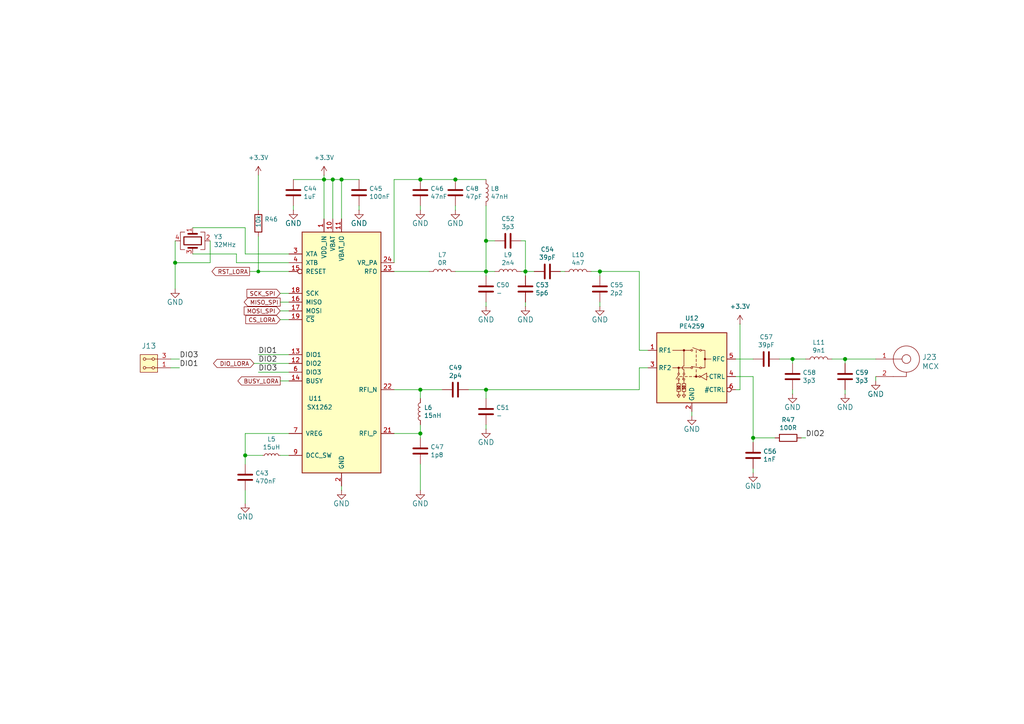
<source format=kicad_sch>
(kicad_sch (version 20231120) (generator "eeschema") (generator_version "8.0")
  (paper "A4")
  (title_block (comment 3 "jacho <jacho@mlab.cz>"))
  (lib_symbols
    (symbol "Device:C" (pin_numbers hide) (pin_names (offset 0.254))
      (property "Reference" "C" (at 0.635 2.54 0))
      (property "Value" "C" (at 0.635 -2.54 0))
      (symbol "C_0_1"
        (polyline (pts (xy -2.032 -0.762) (xy 2.032 -0.762)) (stroke (width 0.508)))
        (polyline (pts (xy -2.032 0.762) (xy 2.032 0.762)) (stroke (width 0.508)))
      )
      (symbol "C_1_1"
        (pin passive line (at 0 3.81 270) (length 2.794) (name "~") (number "1"))
        (pin passive line (at 0 -3.81 90) (length 2.794) (name "~") (number "2"))
      )
    )
    (symbol "Device:R" (pin_numbers hide) (pin_names (offset 0))
      (property "Reference" "R" (at 2.032 0 90))
      (property "Value" "R" (at 0 0 90))
      (symbol "R_0_1"
        (rectangle (start -1.016 -2.54) (end 1.016 2.54) (stroke (width 0.254)))
      )
      (symbol "R_1_1"
        (pin passive line (at 0 3.81 270) (length 1.27) (name "~") (number "1"))
        (pin passive line (at 0 -3.81 90) (length 1.27) (name "~") (number "2"))
      )
    )
    (symbol "ISM02A-rescue:C-Device-ISM02A-rescue" (pin_numbers hide) (pin_names (offset 0.254))
      (property "Reference" "C" (at 0.635 2.54 0))
      (property "Value" "C-Device-ISM02A-rescue" (at 0.635 -2.54 0))
      (symbol "C-Device-ISM02A-rescue_0_1"
        (polyline (pts (xy -2.032 -0.762) (xy 2.032 -0.762)) (stroke (width 0.508)))
        (polyline (pts (xy -2.032 0.762) (xy 2.032 0.762)) (stroke (width 0.508)))
      )
      (symbol "C-Device-ISM02A-rescue_1_1"
        (pin passive line (at 0 3.81 270) (length 2.794) (name "~") (number "1"))
        (pin passive line (at 0 -3.81 90) (length 2.794) (name "~") (number "2"))
      )
    )
    (symbol "ISM02A-rescue:Crystal_GND24-Device-ISM02A-rescue" (pin_names (offset 1.016) hide)
      (property "Reference" "Y" (at 3.175 5.08 0))
      (property "Value" "Crystal_GND24-Device-ISM02A-rescue" (at 3.175 3.175 0))
      (symbol "Crystal_GND24-Device-ISM02A-rescue_0_1"
        (rectangle (start -1.143 2.54) (end 1.143 -2.54) (stroke (width 0.3048)))
        (polyline (pts (xy -2.54 0) (xy -2.032 0)))
        (polyline (pts (xy -2.032 -1.27) (xy -2.032 1.27)) (stroke (width 0.508)))
        (polyline (pts (xy 0 -3.81) (xy 0 -3.556)))
        (polyline (pts (xy 0 3.556) (xy 0 3.81)))
        (polyline (pts (xy 2.032 -1.27) (xy 2.032 1.27)) (stroke (width 0.508)))
        (polyline (pts (xy 2.032 0) (xy 2.54 0)))
        (polyline (pts (xy -2.54 -2.286) (xy -2.54 -3.556) (xy 2.54 -3.556) (xy 2.54 -2.286)))
        (polyline (pts (xy -2.54 2.286) (xy -2.54 3.556) (xy 2.54 3.556) (xy 2.54 2.286)))
      )
      (symbol "Crystal_GND24-Device-ISM02A-rescue_1_1"
        (pin passive line (at -3.81 0 0) (length 1.27) (name "1") (number "1"))
        (pin passive line (at 0 5.08 270) (length 1.27) (name "2") (number "2"))
        (pin passive line (at 3.81 0 180) (length 1.27) (name "3") (number "3"))
        (pin passive line (at 0 -5.08 90) (length 1.27) (name "4") (number "4"))
      )
    )
    (symbol "ISM02A-rescue:L-Device-ISM02A-rescue" (pin_numbers hide) (pin_names (offset 1.016) hide)
      (property "Reference" "L" (at -1.27 0 90))
      (property "Value" "L-Device-ISM02A-rescue" (at 1.905 0 90))
      (symbol "L-Device-ISM02A-rescue_0_1"
        (arc (start 0 -2.54) (mid 0.6323 -1.905) (end 0 -1.27))
        (arc (start 0 -1.27) (mid 0.6323 -0.635) (end 0 0))
        (arc (start 0 0) (mid 0.6323 0.635) (end 0 1.27))
        (arc (start 0 1.27) (mid 0.6323 1.905) (end 0 2.54))
      )
      (symbol "L-Device-ISM02A-rescue_1_1"
        (pin passive line (at 0 3.81 270) (length 1.27) (name "1") (number "1"))
        (pin passive line (at 0 -3.81 90) (length 1.27) (name "2") (number "2"))
      )
    )
    (symbol "ISM02A-rescue:L_Small-Device-ISM02A-rescue" (pin_numbers hide) (pin_names (offset 0.254) hide)
      (property "Reference" "L" (at 0.762 1.016 0))
      (property "Value" "L_Small-Device-ISM02A-rescue" (at 0.762 -1.016 0))
      (symbol "L_Small-Device-ISM02A-rescue_0_1"
        (arc (start 0 -2.032) (mid 0.5058 -1.524) (end 0 -1.016))
        (arc (start 0 -1.016) (mid 0.5058 -0.508) (end 0 0))
        (arc (start 0 0) (mid 0.5058 0.508) (end 0 1.016))
        (arc (start 0 1.016) (mid 0.5058 1.524) (end 0 2.032))
      )
      (symbol "L_Small-Device-ISM02A-rescue_1_1"
        (pin passive line (at 0 2.54 270) (length 0.508) (name "~") (number "1"))
        (pin passive line (at 0 -2.54 90) (length 0.508) (name "~") (number "2"))
      )
    )
    (symbol "ISM02A-rescue:R-Device-ISM02A-rescue" (pin_numbers hide) (pin_names (offset 0))
      (property "Reference" "R" (at 2.032 0 90))
      (property "Value" "R-Device-ISM02A-rescue" (at 0 0 90))
      (symbol "R-Device-ISM02A-rescue_0_1"
        (rectangle (start -1.016 -2.54) (end 1.016 2.54) (stroke (width 0.254)))
      )
      (symbol "R-Device-ISM02A-rescue_1_1"
        (pin passive line (at 0 3.81 270) (length 1.27) (name "~") (number "1"))
        (pin passive line (at 0 -3.81 90) (length 1.27) (name "~") (number "2"))
      )
    )
    (symbol "ISM02A-rescue:SMA-MLAB_CONNECTORS" (pin_names (offset 1.016))
      (property "Reference" "J" (at 0 5.08 0))
      (property "Value" "SMA-MLAB_CONNECTORS" (at 3.81 -5.08 0))
      (symbol "SMA-MLAB_CONNECTORS_0_1"
        (polyline (pts (xy -1.27 0) (xy -3.81 0)))
        (polyline (pts (xy 0 -3.81) (xy 0 -5.08) (xy -3.81 -5.08)))
        (circle (center 0 0) (radius 1.27))
        (circle (center 0 0) (radius 3.81))
      )
      (symbol "SMA-MLAB_CONNECTORS_1_1"
        (pin unspecified line (at -8.89 0 0) (length 5.08) (name "~") (number "1"))
        (pin unspecified line (at -8.89 -5.08 0) (length 5.08) (name "~") (number "2"))
      )
    )
    (symbol "ISM02A-rescue:SX1262-MLAB_IO-ISM02A-rescue" (pin_names (offset 1.016))
      (property "Reference" "U" (at -15.24 25.4 0))
      (property "Value" "SX1262-MLAB_IO-ISM02A-rescue" (at -15.24 22.86 0))
      (symbol "SX1262-MLAB_IO-ISM02A-rescue_0_1"
        (rectangle (start -11.43 21.59) (end 11.43 -48.26) (stroke (width 0.254)) (fill (type background)))
      )
      (symbol "SX1262-MLAB_IO-ISM02A-rescue_1_1"
        (pin power_in line (at -5.08 25.4 270) (length 3.81) (name "VDD_IN") (number "1"))
        (pin power_in line (at -2.54 25.4 270) (length 3.81) (name "VBAT") (number "10"))
        (pin power_in line (at 0 25.4 270) (length 3.81) (name "VBAT_IO") (number "11"))
        (pin bidirectional line (at -15.24 -16.51 0) (length 3.81) (name "DIO2") (number "12"))
        (pin bidirectional line (at -15.24 -13.97 0) (length 3.81) (name "DIO1") (number "13"))
        (pin passive line (at -15.24 -21.59 0) (length 3.81) (name "BUSY") (number "14"))
        (pin input inverted (at -15.24 10.16 0) (length 3.81) (name "RESET") (number "15"))
        (pin output line (at -15.24 1.27 0) (length 3.81) (name "MISO") (number "16"))
        (pin input line (at -15.24 -1.27 0) (length 3.81) (name "MOSI") (number "17"))
        (pin input line (at -15.24 3.81 0) (length 3.81) (name "SCK") (number "18"))
        (pin input line (at -15.24 -3.81 0) (length 3.81) (name "~{CS}") (number "19"))
        (pin power_in line (at 0 -52.07 90) (length 3.81) (name "GND") (number "2"))
        (pin passive line (at 0 -52.07 90) (length 3.81) hide (name "GND") (number "20"))
        (pin input line (at 15.24 -36.83 180) (length 3.81) (name "RFI_P") (number "21"))
        (pin input line (at 15.24 -24.13 180) (length 3.81) (name "RFI_N") (number "22"))
        (pin output line (at 15.24 10.16 180) (length 3.81) (name "RFO") (number "23"))
        (pin unspecified line (at 15.24 12.7 180) (length 3.81) (name "VR_PA") (number "24"))
        (pin power_in line (at 0 -52.07 90) (length 3.81) hide (name "GND") (number "25"))
        (pin bidirectional line (at -15.24 15.24 0) (length 3.81) (name "XTA") (number "3"))
        (pin bidirectional line (at -15.24 12.7 0) (length 3.81) (name "XTB") (number "4"))
        (pin passive line (at 0 -52.07 90) (length 3.81) hide (name "GND") (number "5"))
        (pin bidirectional line (at -15.24 -19.05 0) (length 3.81) (name "DIO3") (number "6"))
        (pin passive line (at -15.24 -36.83 0) (length 3.81) (name "VREG") (number "7"))
        (pin passive line (at 0 -52.07 90) (length 3.81) hide (name "GND") (number "8"))
        (pin passive line (at -15.24 -43.18 0) (length 3.81) (name "DCC_SW") (number "9"))
      )
    )
    (symbol "MLAB_HEADER:HEADER_2x02_PARALLEL" (pin_names (offset 1.016))
      (property "Reference" "J" (at 0 -3.81 0))
      (property "Value" "HEADER_2x02_PARALLEL" (at 0 3.81 0))
      (symbol "HEADER_2x02_PARALLEL_0_1"
        (rectangle (start -2.54 2.54) (end 2.54 -2.54) (fill (type background)))
        (circle (center -1.27 -1.27) (radius 0.381))
        (circle (center -1.27 1.27) (radius 0.381))
        (polyline (pts (xy -1.651 -1.27) (xy -2.54 -1.27)))
        (polyline (pts (xy -1.651 1.27) (xy -2.54 1.27)))
        (polyline (pts (xy -0.889 -1.27) (xy 0.889 -1.27)))
        (polyline (pts (xy -0.889 1.27) (xy 0.889 1.27)))
        (circle (center 1.27 -1.27) (radius 0.381))
        (circle (center 1.27 1.27) (radius 0.381))
      )
      (symbol "HEADER_2x02_PARALLEL_1_1"
        (pin input line (at -6.35 1.27 0) (length 3.81) (name "~") (number "1"))
        (pin input line (at -6.35 1.27 0) (length 3.81) hide (name "~") (number "2"))
        (pin input line (at -6.35 -1.27 0) (length 3.81) (name "~") (number "3"))
        (pin input line (at -6.35 -1.27 0) (length 3.81) hide (name "~") (number "4"))
      )
    )
    (symbol "MLAB_IO:PE4259"
      (property "Reference" "U" (at -10.16 11.43 0))
      (property "Value" "PE4259" (at 1.27 11.43 0))
      (symbol "PE4259_0_0"
        (rectangle (start -10.16 10.16) (end 10.16 -10.16) (stroke (width 0.254)) (fill (type background)))
        (circle (center -3.81 2.54) (radius 0.254) (fill (type outline)))
        (circle (center -2.286 -2.54) (radius 0.254))
        (circle (center -1.27 -2.54) (radius 0.254) (fill (type outline)))
        (polyline (pts (xy -4.318 -2.54) (xy -4.826 -2.54)))
        (polyline (pts (xy -3.81 2.54) (xy -5.588 2.54)))
        (polyline (pts (xy -1.27 -2.54) (xy -1.27 -1.778)))
        (polyline (pts (xy -1.27 -1.27) (xy -1.27 -0.508)))
        (polyline (pts (xy -1.27 1.27) (xy -1.27 0.508)))
        (polyline (pts (xy -1.27 2.54) (xy -1.27 1.778)))
        (polyline (pts (xy -1.27 3.81) (xy -1.27 3.048)))
        (polyline (pts (xy -1.27 5.08) (xy -1.27 4.318)))
        (polyline (pts (xy -0.508 -2.54) (xy -2.032 -2.54)))
        (polyline (pts (xy 0 -2.54) (xy 0.762 -2.54)))
        (polyline (pts (xy 0.254 0) (xy 5.588 0)))
        (polyline (pts (xy 0.254 5.08) (xy 5.588 5.08)))
        (polyline (pts (xy 2.032 -2.54) (xy 1.27 -2.54)))
        (polyline (pts (xy 2.286 0.508) (xy 2.286 5.08)))
        (polyline (pts (xy 3.556 -2.54) (xy 2.794 -2.54)))
        (polyline (pts (xy -4.318 -1.524) (xy -4.318 -3.556) (xy -2.54 -2.54) (xy -4.318 -1.524)))
        (polyline (pts (xy -2.794 0) (xy -3.81 0) (xy -3.81 5.08) (xy -2.794 5.08)))
        (arc (start 2.286 -0.508) (mid 2.7918 0) (end 2.286 0.508))
        (text "50" (at 2.286 -5.715 900) (effects (font (size 0.635 0.635))))
        (text "50" (at 3.81 -5.715 900) (effects (font (size 0.635 0.635))))
      )
      (symbol "PE4259_0_1"
        (circle (center -2.54 0) (radius 0.254))
        (circle (center -2.54 5.08) (radius 0.254))
        (polyline (pts (xy -2.286 0) (xy 0.127 0.381)))
        (polyline (pts (xy -2.286 5.08) (xy -0.254 5.842)))
        (polyline (pts (xy 2.286 -3.556) (xy 2.286 -4.572)))
        (polyline (pts (xy 2.286 -2.032) (xy 2.667 -3.429)))
        (polyline (pts (xy 2.286 -0.508) (xy 2.286 -1.524)))
        (polyline (pts (xy 3.81 -3.556) (xy 3.81 -4.572)))
        (polyline (pts (xy 3.81 -2.032) (xy 4.572 -3.302)))
        (polyline (pts (xy 3.81 0) (xy 3.81 -1.524)))
        (polyline (pts (xy 2.286 -6.858) (xy 2.286 -7.874) (xy 1.778 -7.874) (xy 2.286 -8.636) (xy 2.794 -7.874) (xy 2.286 -7.874)))
        (polyline (pts (xy 3.81 -6.858) (xy 3.81 -7.874) (xy 3.302 -7.874) (xy 3.81 -8.636) (xy 4.318 -7.874) (xy 3.81 -7.874)))
        (circle (center 0 0) (radius 0.254))
        (circle (center 0 5.08) (radius 0.254))
        (rectangle (start 1.778 -4.572) (end 2.794 -6.858))
        (circle (center 2.286 -3.302) (radius 0.254))
        (circle (center 2.286 -1.778) (radius 0.254))
        (circle (center 2.286 5.08) (radius 0.254) (fill (type outline)))
        (rectangle (start 3.302 -4.572) (end 4.318 -6.858))
        (circle (center 3.81 -3.302) (radius 0.254))
        (circle (center 3.81 -1.778) (radius 0.254))
        (circle (center 3.81 0) (radius 0.254) (fill (type outline)))
      )
      (symbol "PE4259_1_1"
        (pin passive line (at 12.7 5.08 180) (length 2.54) (name "RF1") (number "1"))
        (pin passive line (at 0 -12.7 90) (length 2.54) (name "GND") (number "2"))
        (pin passive line (at 12.7 0 180) (length 2.54) (name "RF2") (number "3"))
        (pin input line (at -12.7 -2.54 0) (length 2.54) (name "CTRL") (number "4"))
        (pin passive line (at -12.7 2.54 0) (length 2.54) (name "RFC") (number "5"))
        (pin input inverted (at -12.7 -6.35 0) (length 2.54) (name "#CTRL") (number "6"))
      )
    )
    (symbol "power:+3.3V" (power) (pin_numbers hide) (pin_names (offset 0) hide)
      (property "Value" "+3.3V" (at 0 3.556 0))
      (symbol "+3.3V_0_1"
        (polyline (pts (xy -0.762 1.27) (xy 0 2.54)))
        (polyline (pts (xy 0 0) (xy 0 2.54)))
        (polyline (pts (xy 0 2.54) (xy 0.762 1.27)))
      )
      (symbol "+3.3V_1_1"
        (pin power_in line (at 0 0 90) (length 0) (name "~") (number "1"))
      )
    )
    (symbol "power:GND" (power) (pin_numbers hide) (pin_names (offset 0) hide)
      (property "Value" "GND" (at 0 -3.81 0))
      (symbol "GND_0_1"
        (polyline (pts (xy 0 0) (xy 0 -1.27) (xy 1.27 -1.27) (xy 0 -2.54) (xy -1.27 -1.27) (xy 0 -1.27)))
      )
      (symbol "GND_1_1"
        (pin power_in line (at 0 0 270) (length 0) (name "~") (number "1"))
      )
    )
  )
  (junction (at 50.8 76.2) (diameter 1.016))
  (junction (at 99.06 52.07) (diameter 1.016))
  (junction (at 132.08 52.07) (diameter 1.016))
  (junction (at 93.98 52.07) (diameter 1.016))
  (junction (at 173.99 78.74) (diameter 1.016))
  (junction (at 121.92 52.07) (diameter 1.016))
  (junction (at 71.12 132.08) (diameter 1.016))
  (junction (at 140.97 69.85) (diameter 1.016))
  (junction (at 96.52 52.07) (diameter 1.016))
  (junction (at 218.44 127) (diameter 1.016))
  (junction (at 121.92 125.73) (diameter 1.016))
  (junction (at 140.97 78.74) (diameter 1.016))
  (junction (at 140.97 113.03) (diameter 1.016))
  (junction (at 121.92 113.03) (diameter 1.016))
  (junction (at 245.11 104.14) (diameter 1.016))
  (junction (at 152.4 78.74) (diameter 1.016))
  (junction (at 74.93 78.74))
  (junction (at 229.87 104.14) (diameter 1.016))
  (wire (pts (xy 85.09 59.69) (xy 85.09 60.96)))
  (wire (pts (xy 135.89 113.03) (xy 140.97 113.03)))
  (wire (pts (xy 60.96 76.2) (xy 50.8 76.2)))
  (wire (pts (xy 173.99 78.74) (xy 185.42 78.74)))
  (wire (pts (xy 76.2 132.08) (xy 71.12 132.08)))
  (wire (pts (xy 71.12 142.24) (xy 71.12 146.05)))
  (wire (pts (xy 99.06 52.07) (xy 104.14 52.07)))
  (wire (pts (xy 121.92 125.73) (xy 121.92 123.19)))
  (wire (pts (xy 140.97 78.74) (xy 132.08 78.74)))
  (wire (pts (xy 140.97 69.85) (xy 140.97 78.74)))
  (wire (pts (xy 49.53 104.14) (xy 52.07 104.14)))
  (wire (pts (xy 114.3 78.74) (xy 124.46 78.74)))
  (wire (pts (xy 81.28 90.17) (xy 83.82 90.17)))
  (wire (pts (xy 74.93 78.74) (xy 83.82 78.74)))
  (wire (pts (xy 218.44 127) (xy 218.44 128.27)))
  (wire (pts (xy 83.82 73.66) (xy 71.12 73.66)))
  (wire (pts (xy 140.97 69.85) (xy 143.51 69.85)))
  (wire (pts (xy 93.98 50.8) (xy 93.98 52.07)))
  (wire (pts (xy 254 109.22) (xy 254 110.49)))
  (wire (pts (xy 245.11 113.03) (xy 245.11 114.3)))
  (wire (pts (xy 121.92 52.07) (xy 132.08 52.07)))
  (wire (pts (xy 114.3 76.2) (xy 114.3 52.07)))
  (wire (pts (xy 200.66 119.38) (xy 200.66 120.65)))
  (wire (pts (xy 99.06 140.97) (xy 99.06 142.24)))
  (wire (pts (xy 140.97 78.74) (xy 140.97 80.01)))
  (wire (pts (xy 140.97 123.19) (xy 140.97 124.46)))
  (wire (pts (xy 93.98 52.07) (xy 93.98 63.5)))
  (wire (pts (xy 140.97 113.03) (xy 185.42 113.03)))
  (wire (pts (xy 218.44 135.89) (xy 218.44 137.16)))
  (wire (pts (xy 74.93 107.95) (xy 83.82 107.95)))
  (wire (pts (xy 214.63 93.98) (xy 214.63 113.03)))
  (wire (pts (xy 213.36 104.14) (xy 218.44 104.14)))
  (wire (pts (xy 68.58 73.66) (xy 68.58 76.2)))
  (wire (pts (xy 132.08 59.69) (xy 132.08 60.96)))
  (wire (pts (xy 73.66 105.41) (xy 83.82 105.41)))
  (wire (pts (xy 229.87 104.14) (xy 233.68 104.14)))
  (wire (pts (xy 55.88 66.04) (xy 71.12 66.04)))
  (wire (pts (xy 60.96 69.85) (xy 60.96 76.2)))
  (wire (pts (xy 104.14 59.69) (xy 104.14 60.96)))
  (wire (pts (xy 152.4 78.74) (xy 152.4 80.01)))
  (wire (pts (xy 213.36 113.03) (xy 214.63 113.03)))
  (wire (pts (xy 99.06 52.07) (xy 99.06 63.5)))
  (wire (pts (xy 140.97 59.69) (xy 140.97 69.85)))
  (wire (pts (xy 74.93 68.58) (xy 74.93 78.74)))
  (wire (pts (xy 83.82 125.73) (xy 71.12 125.73)))
  (wire (pts (xy 162.56 78.74) (xy 163.83 78.74)))
  (wire (pts (xy 218.44 127) (xy 224.79 127)))
  (wire (pts (xy 218.44 109.22) (xy 218.44 127)))
  (wire (pts (xy 232.41 127) (xy 233.68 127)))
  (wire (pts (xy 85.09 52.07) (xy 93.98 52.07)))
  (wire (pts (xy 152.4 87.63) (xy 152.4 88.9)))
  (wire (pts (xy 74.93 102.87) (xy 83.82 102.87)))
  (wire (pts (xy 114.3 125.73) (xy 121.92 125.73)))
  (wire (pts (xy 81.28 87.63) (xy 83.82 87.63)))
  (wire (pts (xy 81.28 92.71) (xy 83.82 92.71)))
  (wire (pts (xy 114.3 52.07) (xy 121.92 52.07)))
  (wire (pts (xy 81.28 110.49) (xy 83.82 110.49)))
  (wire (pts (xy 140.97 87.63) (xy 140.97 88.9)))
  (wire (pts (xy 151.13 78.74) (xy 152.4 78.74)))
  (wire (pts (xy 71.12 132.08) (xy 71.12 134.62)))
  (wire (pts (xy 132.08 52.07) (xy 140.97 52.07)))
  (wire (pts (xy 81.28 85.09) (xy 83.82 85.09)))
  (wire (pts (xy 229.87 105.41) (xy 229.87 104.14)))
  (wire (pts (xy 72.39 78.74) (xy 74.93 78.74)))
  (wire (pts (xy 96.52 52.07) (xy 99.06 52.07)))
  (wire (pts (xy 68.58 76.2) (xy 83.82 76.2)))
  (wire (pts (xy 83.82 132.08) (xy 81.28 132.08)))
  (wire (pts (xy 213.36 109.22) (xy 218.44 109.22)))
  (wire (pts (xy 152.4 69.85) (xy 152.4 78.74)))
  (wire (pts (xy 121.92 134.62) (xy 121.92 142.24)))
  (wire (pts (xy 226.06 104.14) (xy 229.87 104.14)))
  (wire (pts (xy 140.97 113.03) (xy 140.97 115.57)))
  (wire (pts (xy 121.92 125.73) (xy 121.92 127)))
  (wire (pts (xy 185.42 101.6) (xy 187.96 101.6)))
  (wire (pts (xy 71.12 125.73) (xy 71.12 132.08)))
  (wire (pts (xy 121.92 59.69) (xy 121.92 60.96)))
  (wire (pts (xy 173.99 80.01) (xy 173.99 78.74)))
  (wire (pts (xy 96.52 52.07) (xy 96.52 63.5)))
  (wire (pts (xy 121.92 115.57) (xy 121.92 113.03)))
  (wire (pts (xy 151.13 69.85) (xy 152.4 69.85)))
  (wire (pts (xy 50.8 76.2) (xy 50.8 83.82)))
  (wire (pts (xy 74.93 50.8) (xy 74.93 60.96)))
  (wire (pts (xy 229.87 113.03) (xy 229.87 114.3)))
  (wire (pts (xy 93.98 52.07) (xy 96.52 52.07)))
  (wire (pts (xy 241.3 104.14) (xy 245.11 104.14)))
  (wire (pts (xy 50.8 69.85) (xy 50.8 76.2)))
  (wire (pts (xy 173.99 87.63) (xy 173.99 88.9)))
  (wire (pts (xy 140.97 78.74) (xy 143.51 78.74)))
  (wire (pts (xy 121.92 113.03) (xy 128.27 113.03)))
  (wire (pts (xy 185.42 106.68) (xy 187.96 106.68)))
  (wire (pts (xy 185.42 78.74) (xy 185.42 101.6)))
  (wire (pts (xy 245.11 104.14) (xy 245.11 105.41)))
  (wire (pts (xy 245.11 104.14) (xy 254 104.14)))
  (wire (pts (xy 52.07 106.68) (xy 49.53 106.68)))
  (wire (pts (xy 152.4 78.74) (xy 154.94 78.74)))
  (wire (pts (xy 55.88 73.66) (xy 68.58 73.66)))
  (wire (pts (xy 185.42 113.03) (xy 185.42 106.68)))
  (wire (pts (xy 171.45 78.74) (xy 173.99 78.74)))
  (wire (pts (xy 114.3 113.03) (xy 121.92 113.03)))
  (wire (pts (xy 71.12 73.66) (xy 71.12 66.04)))
  (label "DIO1" (at 52.07 106.68 0) (effects (font (size 1.524 1.524))))
  (label "DIO2" (at 74.93 105.41 0) (effects (font (size 1.524 1.524))))
  (label "DIO3" (at 52.07 104.14 0) (effects (font (size 1.524 1.524))))
  (label "DIO2" (at 233.68 127 0) (effects (font (size 1.524 1.524))))
  (label "DIO3" (at 74.93 107.95 0) (effects (font (size 1.524 1.524))))
  (label "DIO1" (at 74.93 102.87 0) (effects (font (size 1.524 1.524))))
  (global_label "MOSI_SPI" (shape input) (at 81.28 90.17 180) (effects (font (size 1.2 1.2))) (property "Intersheetrefs" "${INTERSHEET_REFS}" (effects (hide yes))))
  (global_label "MISO_SPI" (shape output) (at 81.28 87.63 180) (effects (font (size 1.2 1.2))) (property "Intersheetrefs" "${INTERSHEET_REFS}" (effects (hide yes))))
  (global_label "CS_LORA" (shape input) (at 81.28 92.71 180) (effects (font (size 1.2 1.2))) (property "Intersheetrefs" "${INTERSHEET_REFS}" (effects (hide yes))))
  (global_label "DIO_LORA" (shape bidirectional) (at 73.66 105.41 180) (effects (font (size 1.2 1.2))) (property "Intersheetrefs" "${INTERSHEET_REFS}" (effects (hide yes))))
  (global_label "RST_LORA" (shape output) (at 72.39 78.74 180) (effects (font (size 1.2 1.2))) (property "Intersheetrefs" "${INTERSHEET_REFS}" (effects (hide yes))))
  (global_label "BUSY_LORA" (shape output) (at 81.28 110.49 180) (effects (font (size 1.2 1.2))) (property "Intersheetrefs" "${INTERSHEET_REFS}" (effects (hide yes))))
  (global_label "SCK_SPI" (shape input) (at 81.28 85.09 180) (effects (font (size 1.2 1.2))) (property "Intersheetrefs" "${INTERSHEET_REFS}" (effects (hide yes))))
  (symbol (lib_id "ISM02A-rescue:R-Device-ISM02A-rescue") (at 74.93 64.77 0) (unit 1)
    (property "Reference" "R46" (at 76.708 63.6016 0) (effects (justify left)))
    (property "Value" "10k" (at 74.93 66.04 90) (effects (justify left)))
    (property "Footprint" "Resistor_SMD:R_0805_2012Metric" (effects (hide yes)))
    (property "UST_ID" "5c70984512875079b91f8962" (effects (hide yes)))
  )
  (symbol (lib_id "power:GND") (at 152.4 88.9 0) (unit 1)
    (property "Reference" "#PWR0150" (effects (hide yes)))
    (property "Value" "GND" (at 152.4 92.71 0) (effects (font (size 1.524 1.524))))
    (property "Description" "Power symbol creates a global label with name \"GND\" , ground" (effects (hide yes)))
  )
  (symbol (lib_id "power:GND") (at 140.97 88.9 0) (unit 1)
    (property "Reference" "#PWR0148" (effects (hide yes)))
    (property "Value" "GND" (at 140.97 92.71 0) (effects (font (size 1.524 1.524))))
    (property "Description" "Power symbol creates a global label with name \"GND\" , ground" (effects (hide yes)))
  )
  (symbol (lib_id "ISM02A-rescue:L-Device-ISM02A-rescue") (at 237.49 104.14 90) (unit 1)
    (property "Reference" "L11" (at 237.49 99.314 90))
    (property "Value" "9n1" (at 237.49 101.6254 90))
    (property "Footprint" "Inductor_SMD:L_0603_1608Metric" (effects (hide yes)))
    (property "MFPN" "LQW15AN9N1H00D" (effects (hide yes)))
    (property "UST_ID" "5dad5789128750448eca1995" (effects (hide yes)))
  )
  (symbol (lib_id "power:GND") (at 200.66 120.65 0) (unit 1)
    (property "Reference" "#PWR0152" (effects (hide yes)))
    (property "Value" "GND" (at 200.66 124.46 0) (effects (font (size 1.524 1.524))))
    (property "Description" "Power symbol creates a global label with name \"GND\" , ground" (effects (hide yes)))
  )
  (symbol (lib_id "ISM02A-rescue:SMA-MLAB_CONNECTORS") (at 262.89 104.14 0) (unit 1)
    (property "Reference" "J23" (at 267.4112 103.5812 0) (effects (font (size 1.524 1.524)) (justify left)))
    (property "Value" "MCX" (at 267.4112 106.2736 0) (effects (font (size 1.524 1.524)) (justify left)))
    (property "Footprint" "Mlab_CON:MCX" (effects (hide yes)))
  )
  (symbol (lib_id "ISM02A-rescue:L-Device-ISM02A-rescue") (at 140.97 55.88 0) (unit 1)
    (property "Reference" "L8" (at 142.3162 54.7116 0) (effects (justify left)))
    (property "Value" "47nH" (at 142.3162 57.023 0) (effects (justify left)))
    (property "Footprint" "Inductor_SMD:L_0603_1608Metric" (effects (hide yes)))
    (property "MFPN" "LQW15AN47NJ00D" (effects (hide yes)))
    (property "UST_ID" "5dad56ba128750448eca1968" (effects (hide yes)))
  )
  (symbol (lib_id "power:GND") (at 173.99 88.9 0) (unit 1)
    (property "Reference" "#PWR0151" (effects (hide yes)))
    (property "Value" "GND" (at 173.99 92.71 0) (effects (font (size 1.524 1.524))))
    (property "Description" "Power symbol creates a global label with name \"GND\" , ground" (effects (hide yes)))
  )
  (symbol (lib_id "power:GND") (at 245.11 114.3 0) (unit 1)
    (property "Reference" "#PWR0156" (effects (hide yes)))
    (property "Value" "GND" (at 245.11 118.11 0) (effects (font (size 1.524 1.524))))
    (property "Description" "Power symbol creates a global label with name \"GND\" , ground" (effects (hide yes)))
  )
  (symbol (lib_id "ISM02A-rescue:C-Device-ISM02A-rescue") (at 152.4 83.82 0) (unit 1)
    (property "Reference" "C53" (at 155.321 82.6516 0) (effects (justify left)))
    (property "Value" "5p6" (at 155.321 84.963 0) (effects (justify left)))
    (property "Footprint" "Capacitor_SMD:C_0603_1608Metric" (effects (hide yes)))
    (property "MFPN" "C0G 0,25pF 50V" (effects (hide yes)))
    (property "UST_ID" "5dad5450128750448eca1919" (effects (hide yes)))
  )
  (symbol (lib_id "power:GND") (at 132.08 60.96 0) (unit 1)
    (property "Reference" "#PWR0147" (effects (hide yes)))
    (property "Value" "GND" (at 132.08 64.77 0) (effects (font (size 1.524 1.524))))
    (property "Description" "Power symbol creates a global label with name \"GND\" , ground" (effects (hide yes)))
  )
  (symbol (lib_id "ISM02A-rescue:C-Device-ISM02A-rescue") (at 140.97 83.82 0) (unit 1)
    (property "Reference" "C50" (at 143.891 82.6516 0) (effects (justify left)))
    (property "Value" "-" (at 143.891 84.963 0) (effects (justify left)))
    (property "Footprint" "Capacitor_SMD:C_0603_1608Metric" (effects (hide yes)))
  )
  (symbol (lib_id "ISM02A-rescue:L-Device-ISM02A-rescue") (at 167.64 78.74 90) (unit 1)
    (property "Reference" "L10" (at 167.64 73.914 90))
    (property "Value" "4n7" (at 167.64 76.2254 90))
    (property "Footprint" "Inductor_SMD:L_0603_1608Metric" (effects (hide yes)))
    (property "MFPN" "LQW15AN4N7C00D" (effects (hide yes)))
    (property "UST_ID" "671226edd509c19f2ce8ed2d" (effects (hide yes)))
  )
  (symbol (lib_id "power:GND") (at 121.92 142.24 0) (unit 1)
    (property "Reference" "#PWR0146" (effects (hide yes)))
    (property "Value" "GND" (at 121.92 146.05 0) (effects (font (size 1.524 1.524))))
    (property "Description" "Power symbol creates a global label with name \"GND\" , ground" (effects (hide yes)))
  )
  (symbol (lib_id "ISM02A-rescue:C-Device-ISM02A-rescue") (at 173.99 83.82 0) (unit 1)
    (property "Reference" "C55" (at 176.911 82.6516 0) (effects (justify left)))
    (property "Value" "2p2" (at 176.911 84.963 0) (effects (justify left)))
    (property "Footprint" "Capacitor_SMD:C_0603_1608Metric" (effects (hide yes)))
    (property "MFPN" "C0G 0,1pF 50V" (effects (hide yes)))
    (property "UST_ID" "5c70984812875079b91f8bdd" (effects (hide yes)))
  )
  (symbol (lib_id "power:GND") (at 50.8 83.82 0) (unit 1)
    (property "Reference" "#PWR0138" (effects (hide yes)))
    (property "Value" "GND" (at 50.8 87.63 0) (effects (font (size 1.524 1.524))))
    (property "Description" "Power symbol creates a global label with name \"GND\" , ground" (effects (hide yes)))
  )
  (symbol (lib_id "MLAB_IO:PE4259") (at 200.66 106.68 0) (mirror y) (unit 1)
    (property "Reference" "U12" (at 200.66 92.3098 0))
    (property "Value" "PE4259" (at 200.66 94.6085 0))
    (property "Footprint" "Package_TO_SOT_SMD:SOT-363_SC-70-6" (effects (hide yes)))
    (property "Datasheet" "https://www.psemi.com/pdf/datasheets/pe4259ds.pdf" (effects (hide yes)))
    (property "Description" "RF Switch" (effects (hide yes)))
    (property "UST_ID" "5face19b12875025b3977e15" (effects (hide yes)))
  )
  (symbol (lib_id "ISM02A-rescue:C-Device-ISM02A-rescue") (at 147.32 69.85 270) (unit 1)
    (property "Reference" "C52" (at 147.32 63.4492 90))
    (property "Value" "3p3" (at 147.32 65.7606 90))
    (property "Footprint" "Capacitor_SMD:C_0603_1608Metric" (effects (hide yes)))
    (property "MFPN" "C0G 0,1pF 50V" (effects (hide yes)))
    (property "UST_ID" "5cd09016128750448e45434f" (effects (hide yes)))
  )
  (symbol (lib_id "power:+3.3V") (at 214.63 93.98 0) (unit 1)
    (property "Reference" "#PWR053" (effects (hide yes)))
    (property "Value" "+3.3V" (at 214.63 88.9 0))
    (property "Description" "Power symbol creates a global label with name \"+3.3V\"" (effects (hide yes)))
  )
  (symbol (lib_id "ISM02A-rescue:Crystal_GND24-Device-ISM02A-rescue") (at 55.88 69.85 270) (unit 1)
    (property "Reference" "Y3" (at 62.0014 68.6816 90) (effects (justify left)))
    (property "Value" "32MHz" (at 62.0014 70.993 90) (effects (justify left)))
    (property "Footprint" "Mlab_XTAL:Crystal_SMD_NX2016SA" (effects (hide yes)))
    (property "MFPN" "NX2016SA-32M-EXS00A-CS06465" (effects (hide yes)))
    (property "UST_ID" "5dad592b128750448eca19b2" (effects (hide yes)))
  )
  (symbol (lib_id "power:GND") (at 218.44 137.16 0) (unit 1)
    (property "Reference" "#PWR0154" (effects (hide yes)))
    (property "Value" "GND" (at 218.44 140.97 0) (effects (font (size 1.524 1.524))))
    (property "Description" "Power symbol creates a global label with name \"GND\" , ground" (effects (hide yes)))
  )
  (symbol (lib_id "ISM02A-rescue:C-Device-ISM02A-rescue") (at 121.92 55.88 0) (unit 1)
    (property "Reference" "C46" (at 124.841 54.7116 0) (effects (justify left)))
    (property "Value" "47nF" (at 124.841 57.023 0) (effects (justify left)))
    (property "Footprint" "Capacitor_SMD:C_0805_2012Metric" (effects (hide yes)))
    (property "MFPN" "X7R 1% 16V" (effects (hide yes)))
    (property "UST_ID" "5dad51cf128750448eca18d8" (effects (hide yes)))
  )
  (symbol (lib_id "ISM02A-rescue:C-Device-ISM02A-rescue") (at 158.75 78.74 270) (unit 1)
    (property "Reference" "C54" (at 158.75 72.3392 90))
    (property "Value" "39pF" (at 158.75 74.6506 90))
    (property "Footprint" "Capacitor_SMD:C_0603_1608Metric" (effects (hide yes)))
    (property "MFPN" "C0G 5% 50V" (effects (hide yes)))
    (property "UST_ID" "5dad549f128750448eca1926" (effects (hide yes)))
  )
  (symbol (lib_id "power:GND") (at 121.92 60.96 0) (unit 1)
    (property "Reference" "#PWR0145" (effects (hide yes)))
    (property "Value" "GND" (at 121.92 64.77 0) (effects (font (size 1.524 1.524))))
    (property "Description" "Power symbol creates a global label with name \"GND\" , ground" (effects (hide yes)))
  )
  (symbol (lib_id "power:GND") (at 254 110.49 0) (unit 1)
    (property "Reference" "#PWR0157" (effects (hide yes)))
    (property "Value" "GND" (at 254 114.3 0) (effects (font (size 1.524 1.524))))
    (property "Description" "Power symbol creates a global label with name \"GND\" , ground" (effects (hide yes)))
  )
  (symbol (lib_id "MLAB_HEADER:HEADER_2x02_PARALLEL") (at 43.18 105.41 180) (unit 1)
    (property "Reference" "J13" (at 43.18 100.33 0) (effects (font (size 1.524 1.524))))
    (property "Value" "HEADER_2x02_PARALLEL" (effects (hide yes)))
    (property "Footprint" "Mlab_Pin_Headers:Straight_2x02" (effects (hide yes)))
    (property "Description" "2x02 2.54 mm pitch header, 2 pins next to each other are connected" (effects (hide yes)))
  )
  (symbol (lib_id "Device:C") (at 218.44 132.08 0) (unit 1)
    (property "Reference" "C56" (at 221.3611 130.9306 0) (effects (justify left)))
    (property "Value" "1nF" (at 221.361 133.229 0) (effects (justify left)))
    (property "Footprint" "Capacitor_SMD:C_0805_2012Metric" (effects (hide yes)))
    (property "Description" "Unpolarized capacitor" (effects (hide yes)))
    (property "UST_ID" "5c70984812875079b91f8bec" (effects (hide yes)))
  )
  (symbol (lib_id "ISM02A-rescue:L-Device-ISM02A-rescue") (at 128.27 78.74 90) (unit 1)
    (property "Reference" "L7" (at 128.27 73.914 90))
    (property "Value" "0R" (at 128.27 76.2254 90))
    (property "Footprint" "Inductor_SMD:L_0603_1608Metric" (effects (hide yes)))
    (property "UST_ID" "5c70984512875079b91f8949" (effects (hide yes)))
  )
  (symbol (lib_id "power:GND") (at 85.09 60.96 0) (unit 1)
    (property "Reference" "#PWR0141" (effects (hide yes)))
    (property "Value" "GND" (at 85.09 64.77 0) (effects (font (size 1.524 1.524))))
    (property "Description" "Power symbol creates a global label with name \"GND\" , ground" (effects (hide yes)))
  )
  (symbol (lib_id "ISM02A-rescue:C-Device-ISM02A-rescue") (at 229.87 109.22 180) (unit 1)
    (property "Reference" "C58" (at 232.791 108.0516 0) (effects (justify right)))
    (property "Value" "3p3" (at 232.791 110.363 0) (effects (justify right)))
    (property "Footprint" "Capacitor_SMD:C_0603_1608Metric" (effects (hide yes)))
    (property "MFPN" "C0G 0,1pF 50V" (effects (hide yes)))
    (property "UST_ID" "5cd09016128750448e45434f" (effects (hide yes)))
  )
  (symbol (lib_id "ISM02A-rescue:C-Device-ISM02A-rescue") (at 85.09 55.88 0) (unit 1)
    (property "Reference" "C44" (at 88.011 54.7116 0) (effects (justify left)))
    (property "Value" "1uF" (at 88.011 57.023 0) (effects (justify left)))
    (property "Footprint" "Capacitor_SMD:C_0805_2012Metric" (effects (hide yes)))
    (property "UST_ID" "5c70984812875079b91f8bc2" (effects (hide yes)))
  )
  (symbol (lib_id "power:GND") (at 71.12 146.05 0) (unit 1)
    (property "Reference" "#PWR0139" (effects (hide yes)))
    (property "Value" "GND" (at 71.12 149.86 0) (effects (font (size 1.524 1.524))))
    (property "Description" "Power symbol creates a global label with name \"GND\" , ground" (effects (hide yes)))
  )
  (symbol (lib_id "ISM02A-rescue:C-Device-ISM02A-rescue") (at 121.92 130.81 0) (unit 1)
    (property "Reference" "C47" (at 124.841 129.6416 0) (effects (justify left)))
    (property "Value" "1p8" (at 124.841 131.953 0) (effects (justify left)))
    (property "Footprint" "Capacitor_SMD:C_0603_1608Metric" (effects (hide yes)))
    (property "MFPN" "C0G 0,1pF 50V" (effects (hide yes)))
    (property "UST_ID" "5dad52a4128750448eca18e8" (effects (hide yes)))
  )
  (symbol (lib_id "power:+3.3V") (at 74.93 50.8 0) (unit 1)
    (property "Reference" "#PWR035" (effects (hide yes)))
    (property "Value" "+3.3V" (at 74.93 45.72 0))
    (property "Description" "Power symbol creates a global label with name \"+3.3V\"" (effects (hide yes)))
  )
  (symbol (lib_id "ISM02A-rescue:L_Small-Device-ISM02A-rescue") (at 78.74 132.08 90) (unit 1)
    (property "Reference" "L5" (at 78.74 127.381 90))
    (property "Value" "15uH" (at 78.74 129.6924 90))
    (property "Footprint" "Inductor_SMD:L_0805_2012Metric" (effects (hide yes)))
    (property "MFPN" "MLZ2012M150W 0805" (effects (hide yes)))
    (property "UST_ID" "5dad55e8128750448eca1941" (effects (hide yes)))
  )
  (symbol (lib_id "ISM02A-rescue:L-Device-ISM02A-rescue") (at 147.32 78.74 90) (unit 1)
    (property "Reference" "L9" (at 147.32 73.914 90))
    (property "Value" "2n4" (at 147.32 76.2254 90))
    (property "Footprint" "Inductor_SMD:L_0603_1608Metric" (effects (hide yes)))
    (property "MFPN" "LQW15AN2N5C00D" (effects (hide yes)))
    (property "UST_ID" "5dad56ff128750448eca1975" (effects (hide yes)))
  )
  (symbol (lib_id "power:GND") (at 104.14 60.96 0) (unit 1)
    (property "Reference" "#PWR0144" (effects (hide yes)))
    (property "Value" "GND" (at 104.14 64.77 0) (effects (font (size 1.524 1.524))))
    (property "Description" "Power symbol creates a global label with name \"GND\" , ground" (effects (hide yes)))
  )
  (symbol (lib_id "ISM02A-rescue:C-Device-ISM02A-rescue") (at 132.08 55.88 0) (unit 1)
    (property "Reference" "C48" (at 135.001 54.7116 0) (effects (justify left)))
    (property "Value" "47pF" (at 135.001 57.023 0) (effects (justify left)))
    (property "Footprint" "Capacitor_SMD:C_0805_2012Metric" (effects (hide yes)))
    (property "MFPN" "C0G 5% 50V" (effects (hide yes)))
    (property "UST_ID" "5dad5314128750448eca18f7" (effects (hide yes)))
  )
  (symbol (lib_id "ISM02A-rescue:SX1262-MLAB_IO-ISM02A-rescue") (at 99.06 88.9 0) (unit 1)
    (property "Reference" "U11" (at 91.44 115.57 0))
    (property "Value" "SX1262" (at 92.71 118.11 0))
    (property "Footprint" "Package_DFN_QFN:QFN-24-1EP_4x4mm_P0.5mm_EP2.6x2.6mm_ThermalVias" (effects (hide yes)))
    (property "Datasheet" "https://semtech.my.salesforce.com/sfc/p/#E0000000JelG/a/2R000000HT76/7Nka9W5WgugoZe.xwIHJy6ebj1hW8UJ.USO_Pt2CLLo" (effects (hide yes)))
    (property "UST_ID" "5dad5866128750448eca19a4" (effects (hide yes)))
  )
  (symbol (lib_id "power:GND") (at 140.97 124.46 0) (unit 1)
    (property "Reference" "#PWR0149" (effects (hide yes)))
    (property "Value" "GND" (at 140.97 128.27 0) (effects (font (size 1.524 1.524))))
    (property "Description" "Power symbol creates a global label with name \"GND\" , ground" (effects (hide yes)))
  )
  (symbol (lib_id "ISM02A-rescue:C-Device-ISM02A-rescue") (at 132.08 113.03 270) (unit 1)
    (property "Reference" "C49" (at 132.08 106.6292 90))
    (property "Value" "2p4" (at 132.08 108.9406 90))
    (property "Footprint" "Capacitor_SMD:C_0603_1608Metric" (effects (hide yes)))
    (property "MFPN" "C0G 0,1pF 50V" (effects (hide yes)))
    (property "UST_ID" "5dad53d8128750448eca1906" (effects (hide yes)))
  )
  (symbol (lib_id "Device:R") (at 228.6 127 90) (unit 1)
    (property "Reference" "R47" (at 228.6 121.7738 90))
    (property "Value" "100R" (at 228.6 124.073 90))
    (property "Footprint" "Resistor_SMD:R_0805_2012Metric" (effects (hide yes)))
    (property "Description" "Resistor" (effects (hide yes)))
    (property "UST_ID" "5c70984512875079b91f8956" (effects (hide yes)))
  )
  (symbol (lib_id "ISM02A-rescue:C-Device-ISM02A-rescue") (at 104.14 55.88 0) (unit 1)
    (property "Reference" "C45" (at 107.061 54.7116 0) (effects (justify left)))
    (property "Value" "100nF" (at 107.061 57.023 0) (effects (justify left)))
    (property "Footprint" "Capacitor_SMD:C_0805_2012Metric" (effects (hide yes)))
    (property "UST_ID" "5c70984812875079b91f8bf2" (effects (hide yes)))
  )
  (symbol (lib_id "ISM02A-rescue:C-Device-ISM02A-rescue") (at 245.11 109.22 180) (unit 1)
    (property "Reference" "C59" (at 248.031 108.0516 0) (effects (justify right)))
    (property "Value" "3p3" (at 248.031 110.363 0) (effects (justify right)))
    (property "Footprint" "Capacitor_SMD:C_0603_1608Metric" (effects (hide yes)))
    (property "MFPN" "C0G 0,1pF 50V" (effects (hide yes)))
    (property "UST_ID" "5cd09016128750448e45434f" (effects (hide yes)))
  )
  (symbol (lib_id "ISM02A-rescue:C-Device-ISM02A-rescue") (at 140.97 119.38 0) (unit 1)
    (property "Reference" "C51" (at 143.891 118.2116 0) (effects (justify left)))
    (property "Value" "-" (at 143.891 120.523 0) (effects (justify left)))
    (property "Footprint" "Capacitor_SMD:C_0603_1608Metric" (effects (hide yes)))
  )
  (symbol (lib_id "ISM02A-rescue:L-Device-ISM02A-rescue") (at 121.92 119.38 180) (unit 1)
    (property "Reference" "L6" (at 122.9614 118.2116 0) (effects (justify right)))
    (property "Value" "15nH" (at 122.9614 120.523 0) (effects (justify right)))
    (property "Footprint" "Inductor_SMD:L_0603_1608Metric" (effects (hide yes)))
    (property "MFPN" "LQW15AN15NH00D" (effects (hide yes)))
    (property "UST_ID" "5dad566c128750448eca1959" (effects (hide yes)))
  )
  (symbol (lib_id "ISM02A-rescue:C-Device-ISM02A-rescue") (at 71.12 138.43 0) (unit 1)
    (property "Reference" "C43" (at 74.041 137.2616 0) (effects (justify left)))
    (property "Value" "470nF" (at 74.041 139.573 0) (effects (justify left)))
    (property "Footprint" "Capacitor_SMD:C_0805_2012Metric" (effects (hide yes)))
    (property "MFPN" "X5R 10% 10V" (effects (hide yes)))
    (property "UST_ID" "5dad50c1128750448eca18c6" (effects (hide yes)))
  )
  (symbol (lib_id "ISM02A-rescue:C-Device-ISM02A-rescue") (at 222.25 104.14 270) (unit 1)
    (property "Reference" "C57" (at 222.25 97.7392 90))
    (property "Value" "39pF" (at 222.25 100.0506 90))
    (property "Footprint" "Capacitor_SMD:C_0603_1608Metric" (effects (hide yes)))
    (property "MFPN" "C0G 5% 50V" (effects (hide yes)))
    (property "UST_ID" "5dad549f128750448eca1926" (effects (hide yes)))
  )
  (symbol (lib_id "power:+3.3V") (at 93.98 50.8 0) (unit 1)
    (property "Reference" "#PWR046" (effects (hide yes)))
    (property "Value" "+3.3V" (at 93.98 45.72 0))
    (property "Description" "Power symbol creates a global label with name \"+3.3V\"" (effects (hide yes)))
  )
  (symbol (lib_id "power:GND") (at 99.06 142.24 0) (unit 1)
    (property "Reference" "#PWR0143" (effects (hide yes)))
    (property "Value" "GND" (at 99.06 146.05 0) (effects (font (size 1.524 1.524))))
    (property "Description" "Power symbol creates a global label with name \"GND\" , ground" (effects (hide yes)))
  )
  (symbol (lib_id "power:GND") (at 229.87 114.3 0) (unit 1)
    (property "Reference" "#PWR0155" (effects (hide yes)))
    (property "Value" "GND" (at 229.87 118.11 0) (effects (font (size 1.524 1.524))))
    (property "Description" "Power symbol creates a global label with name \"GND\" , ground" (effects (hide yes)))
  )
)
</source>
